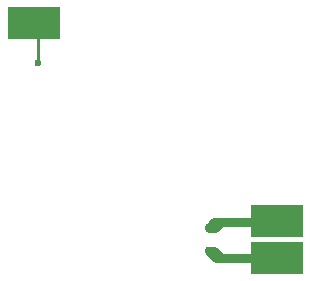
<source format=gtl>
%TF.GenerationSoftware,KiCad,Pcbnew,9.0.6*%
%TF.CreationDate,2025-11-24T17:12:20+00:00*%
%TF.ProjectId,power-pcb,706f7765-722d-4706-9362-2e6b69636164,rev?*%
%TF.SameCoordinates,Original*%
%TF.FileFunction,Copper,L1,Top*%
%TF.FilePolarity,Positive*%
%FSLAX46Y46*%
G04 Gerber Fmt 4.6, Leading zero omitted, Abs format (unit mm)*
G04 Created by KiCad (PCBNEW 9.0.6) date 2025-11-24 17:12:20*
%MOMM*%
%LPD*%
G01*
G04 APERTURE LIST*
%TA.AperFunction,SMDPad,CuDef*%
%ADD10R,4.500000X2.750000*%
%TD*%
%TA.AperFunction,ViaPad*%
%ADD11C,0.750000*%
%TD*%
%TA.AperFunction,ViaPad*%
%ADD12C,0.600000*%
%TD*%
%TA.AperFunction,Conductor*%
%ADD13C,0.750000*%
%TD*%
%TA.AperFunction,Conductor*%
%ADD14C,0.200000*%
%TD*%
%TA.AperFunction,Conductor*%
%ADD15C,0.250000*%
%TD*%
G04 APERTURE END LIST*
D10*
%TO.P,GND,1,Pin_1*%
%TO.N,GND*%
X128254000Y-91550000D03*
%TD*%
%TO.P,VBUS,1,Pin_1*%
%TO.N,VBUS*%
X128254000Y-88375000D03*
%TD*%
%TO.P,NTC,1,Pin_1*%
%TO.N,Net-(J1-Pin_3)*%
X107680000Y-71659000D03*
%TD*%
D11*
%TO.N,GND*%
X122500000Y-90962500D03*
X123500000Y-91550000D03*
%TO.N,VBUS*%
X123500000Y-88500000D03*
X122462500Y-88962500D03*
D12*
%TO.N,Net-(J1-Pin_3)*%
X108000000Y-75000000D03*
%TD*%
D13*
%TO.N,GND*%
X123087500Y-91550000D02*
X127254000Y-91550000D01*
X122912500Y-90962500D02*
X123500000Y-91550000D01*
X122500000Y-90962500D02*
X123087500Y-91550000D01*
X122500000Y-90962500D02*
X122912500Y-90962500D01*
%TO.N,VBUS*%
X122925000Y-88500000D02*
X122462500Y-88962500D01*
D14*
X127254000Y-88375000D02*
X127129000Y-88500000D01*
D13*
X123500000Y-88500000D02*
X127129000Y-88500000D01*
X123500000Y-88500000D02*
X122925000Y-88500000D01*
X122462500Y-88962500D02*
X123037500Y-88962500D01*
X123037500Y-88962500D02*
X123500000Y-88500000D01*
D15*
%TO.N,Net-(J1-Pin_3)*%
X108000000Y-75000000D02*
X108000000Y-72000000D01*
%TD*%
M02*

</source>
